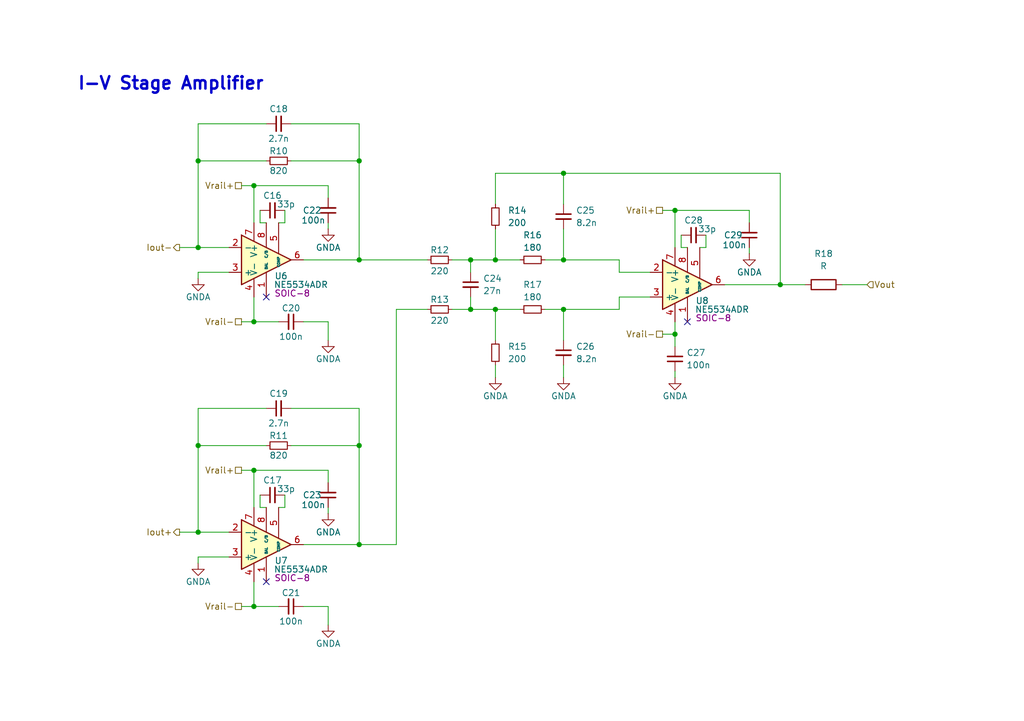
<source format=kicad_sch>
(kicad_sch (version 20250114) (generator "eeschema") (generator_version "9.0")
  (paper "A5")
  (lib_symbols
    (symbol "Device:R" (pin_numbers (hide yes)) (pin_names (offset 0))
      (property "Reference" "R" (at 2.032 0 90))
      (property "Value" "R" (at 0 0 90))
      (symbol "R_0_1"
        (rectangle (start -1.016 -2.54) (end 1.016 2.54) (stroke (width 0.254)))
      )
      (symbol "R_1_1"
        (pin passive line (at 0 3.81 270) (length 1.27) (name "~") (number "1"))
        (pin passive line (at 0 -3.81 90) (length 1.27) (name "~") (number "2"))
      )
    )
    (symbol "Project_Library:C_100n" (pin_numbers (hide yes)) (pin_names (offset 0.254) (hide yes))
      (property "Reference" "C" (at 0.254 1.778 0))
      (property "Value" "100n" (at 0.635 -1.905 0))
      (symbol "C_100n_0_1"
        (polyline (pts (xy -1.524 0.508) (xy 1.524 0.508)) (stroke (width 0.3048)))
        (polyline (pts (xy -1.524 -0.508) (xy 1.524 -0.508)) (stroke (width 0.3302)))
      )
      (symbol "C_100n_1_1"
        (pin passive line (at 0 2.54 270) (length 2.032) (name "~") (number "1"))
        (pin passive line (at 0 -2.54 90) (length 2.032) (name "~") (number "2"))
      )
    )
    (symbol "Project_Library:C_2.7n" (pin_numbers (hide yes)) (pin_names (offset 0.254) (hide yes))
      (property "Reference" "C" (at 0.254 1.778 0))
      (property "Value" "2.7n" (at 0.635 -1.905 0))
      (symbol "C_2.7n_0_1"
        (polyline (pts (xy -1.524 0.508) (xy 1.524 0.508)) (stroke (width 0.3048)))
        (polyline (pts (xy -1.524 -0.508) (xy 1.524 -0.508)) (stroke (width 0.3302)))
      )
      (symbol "C_2.7n_1_1"
        (pin passive line (at 0 2.54 270) (length 2.032) (name "~") (number "1"))
        (pin passive line (at 0 -2.54 90) (length 2.032) (name "~") (number "2"))
      )
    )
    (symbol "Project_Library:C_27n" (pin_numbers (hide yes)) (pin_names (offset 0.254) (hide yes))
      (property "Reference" "C" (at 0.254 1.778 0))
      (property "Value" "27n" (at 0.635 -1.905 0))
      (symbol "C_27n_0_1"
        (polyline (pts (xy -1.524 0.508) (xy 1.524 0.508)) (stroke (width 0.3048)))
        (polyline (pts (xy -1.524 -0.508) (xy 1.524 -0.508)) (stroke (width 0.3302)))
      )
      (symbol "C_27n_1_1"
        (pin passive line (at 0 2.54 270) (length 2.032) (name "~") (number "1"))
        (pin passive line (at 0 -2.54 90) (length 2.032) (name "~") (number "2"))
      )
    )
    (symbol "Project_Library:C_33p" (pin_numbers (hide yes)) (pin_names (offset 0.254) (hide yes))
      (property "Reference" "C" (at 0.254 1.778 0))
      (property "Value" "33p" (at 0.635 -1.905 0))
      (symbol "C_33p_0_1"
        (polyline (pts (xy -1.524 0.508) (xy 1.524 0.508)) (stroke (width 0.3048)))
        (polyline (pts (xy -1.524 -0.508) (xy 1.524 -0.508)) (stroke (width 0.3302)))
      )
      (symbol "C_33p_1_1"
        (pin passive line (at 0 2.54 270) (length 2.032) (name "~") (number "1"))
        (pin passive line (at 0 -2.54 90) (length 2.032) (name "~") (number "2"))
      )
    )
    (symbol "Project_Library:C_8.2n" (pin_numbers (hide yes)) (pin_names (offset 0.254) (hide yes))
      (property "Reference" "C" (at 0.254 1.778 0))
      (property "Value" "8.2n" (at 0.635 -1.905 0))
      (symbol "C_8.2n_0_1"
        (polyline (pts (xy -1.524 0.508) (xy 1.524 0.508)) (stroke (width 0.3048)))
        (polyline (pts (xy -1.524 -0.508) (xy 1.524 -0.508)) (stroke (width 0.3302)))
      )
      (symbol "C_8.2n_1_1"
        (pin passive line (at 0 2.54 270) (length 2.032) (name "~") (number "1"))
        (pin passive line (at 0 -2.54 90) (length 2.032) (name "~") (number "2"))
      )
    )
    (symbol "Project_Library:R_180" (pin_numbers (hide yes)) (pin_names (offset 0.254) (hide yes))
      (property "Reference" "R" (at 0.762 0.508 0))
      (property "Value" "180" (at 0.762 -1.016 0))
      (symbol "R_180_0_1"
        (rectangle (start -0.762 1.778) (end 0.762 -1.778) (stroke (width 0.2032)))
      )
      (symbol "R_180_1_1"
        (pin passive line (at 0 2.54 270) (length 0.762) (name "~") (number "1"))
        (pin passive line (at 0 -2.54 90) (length 0.762) (name "~") (number "2"))
      )
    )
    (symbol "Project_Library:R_200" (pin_numbers (hide yes)) (pin_names (offset 0.254) (hide yes))
      (property "Reference" "R" (at 0.762 0.508 0))
      (property "Value" "200" (at 0.762 -1.016 0))
      (symbol "R_200_0_1"
        (rectangle (start -0.762 1.778) (end 0.762 -1.778) (stroke (width 0.2032)))
      )
      (symbol "R_200_1_1"
        (pin passive line (at 0 2.54 270) (length 0.762) (name "~") (number "1"))
        (pin passive line (at 0 -2.54 90) (length 0.762) (name "~") (number "2"))
      )
    )
    (symbol "Project_Library:R_220" (pin_numbers (hide yes)) (pin_names (offset 0.254) (hide yes))
      (property "Reference" "R" (at 0.762 0.508 0))
      (property "Value" "220" (at 0.762 -1.016 0))
      (symbol "R_220_0_1"
        (rectangle (start -0.762 1.778) (end 0.762 -1.778) (stroke (width 0.2032)))
      )
      (symbol "R_220_1_1"
        (pin passive line (at 0 2.54 270) (length 0.762) (name "~") (number "1"))
        (pin passive line (at 0 -2.54 90) (length 0.762) (name "~") (number "2"))
      )
    )
    (symbol "Project_Library:R_820" (pin_numbers (hide yes)) (pin_names (offset 0.254) (hide yes))
      (property "Reference" "R" (at 0.762 0.508 0))
      (property "Value" "820" (at 0.762 -1.016 0))
      (symbol "R_820_0_1"
        (rectangle (start -0.762 1.778) (end 0.762 -1.778) (stroke (width 0.2032)))
      )
      (symbol "R_820_1_1"
        (pin passive line (at 0 2.54 270) (length 0.762) (name "~") (number "1"))
        (pin passive line (at 0 -2.54 90) (length 0.762) (name "~") (number "2"))
      )
    )
    (symbol "Project_Library:U_NE5534ADR"
      (property "Reference" "U" (at 0 0 0))
      (property "Value" "NE5534ADR" (at 0 0 0))
      (property "Package" "SOIC-8" (at 0 0 0))
      (symbol "U_NE5534ADR_0_1"
        (polyline (pts (xy -3.81 5.08) (xy 6.35 0) (xy -3.81 -5.08) (xy -3.81 5.08)) (stroke (width 0.254)) (fill (type background)))
      )
      (symbol "U_NE5534ADR_1_1"
        (pin input line (at -6.35 2.54 0) (length 2.54) (name "-") (number "2"))
        (pin input line (at -6.35 -2.54 0) (length 2.54) (name "+") (number "3"))
        (pin power_in line (at -1.27 7.62 270) (length 3.81) (name "V+") (number "7"))
        (pin power_in line (at -1.27 -7.62 90) (length 3.81) (name "V-") (number "4"))
        (pin input line (at 1.27 7.62 270) (length 5.08) (name "C/B") (number "8"))
        (pin input line (at 1.27 -7.62 90) (length 5.08) (name "BAL") (number "1"))
        (pin input line (at 3.81 7.62 270) (length 6.35) (name "COMP") (number "5"))
        (pin output line (at 8.89 0 180) (length 2.54) (name "~") (number "6"))
      )
    )
    (symbol "power:GNDA" (power) (pin_numbers (hide yes)) (pin_names (offset 0) (hide yes))
      (property "Value" "GNDA" (at 0 -3.81 0))
      (symbol "GNDA_0_1"
        (polyline (pts (xy 0 0) (xy 0 -1.27) (xy 1.27 -1.27) (xy 0 -2.54) (xy -1.27 -1.27) (xy 0 -1.27)))
      )
      (symbol "GNDA_1_1"
        (pin power_in line (at 0 0 270) (length 0) (name "~") (number "1"))
      )
    )
  )
  (text "I-V Stage Amplifier" (at 35.052 17.272 0) (effects (font (size 2.54 2.54) (thickness 0.508) (bold yes))))
  (junction (at 40.64 33.02))
  (junction (at 52.07 38.1))
  (junction (at 96.52 63.5))
  (junction (at 73.66 33.02))
  (junction (at 73.66 111.76))
  (junction (at 52.07 124.46))
  (junction (at 160.02 58.42))
  (junction (at 101.6 53.34))
  (junction (at 40.64 91.44))
  (junction (at 52.07 96.52))
  (junction (at 52.07 66.04))
  (junction (at 96.52 53.34))
  (junction (at 40.64 50.8))
  (junction (at 138.43 43.18))
  (junction (at 138.43 68.58))
  (junction (at 73.66 91.44))
  (junction (at 73.66 53.34))
  (junction (at 101.6 63.5))
  (junction (at 115.57 63.5))
  (junction (at 115.57 35.56))
  (junction (at 115.57 53.34))
  (junction (at 40.64 109.22))
  (no_connect (at 140.97 66.04))
  (no_connect (at 54.61 60.96))
  (no_connect (at 54.61 119.38))
  (wire (pts (xy 111.76 53.34) (xy 115.57 53.34)))
  (wire (pts (xy 40.64 55.88) (xy 40.64 57.15)))
  (wire (pts (xy 49.53 96.52) (xy 52.07 96.52)))
  (wire (pts (xy 40.64 25.4) (xy 54.61 25.4)))
  (wire (pts (xy 138.43 68.58) (xy 138.43 71.12)))
  (wire (pts (xy 52.07 119.38) (xy 52.07 124.46)))
  (wire (pts (xy 36.83 109.22) (xy 40.64 109.22)))
  (wire (pts (xy 53.34 43.18) (xy 53.34 45.72)))
  (wire (pts (xy 115.57 46.99) (xy 115.57 53.34)))
  (wire (pts (xy 49.53 66.04) (xy 52.07 66.04)))
  (wire (pts (xy 40.64 83.82) (xy 40.64 91.44)))
  (wire (pts (xy 160.02 58.42) (xy 148.59 58.42)))
  (wire (pts (xy 81.28 111.76) (xy 73.66 111.76)))
  (wire (pts (xy 62.23 124.46) (xy 67.31 124.46)))
  (wire (pts (xy 96.52 53.34) (xy 101.6 53.34)))
  (wire (pts (xy 52.07 38.1) (xy 67.31 38.1)))
  (wire (pts (xy 40.64 109.22) (xy 46.99 109.22)))
  (wire (pts (xy 73.66 25.4) (xy 73.66 33.02)))
  (wire (pts (xy 115.57 74.93) (xy 115.57 77.47)))
  (wire (pts (xy 140.97 50.8) (xy 139.7 50.8)))
  (wire (pts (xy 115.57 63.5) (xy 127 63.5)))
  (wire (pts (xy 40.64 91.44) (xy 54.61 91.44)))
  (wire (pts (xy 58.42 45.72) (xy 57.15 45.72)))
  (wire (pts (xy 40.64 50.8) (xy 46.99 50.8)))
  (wire (pts (xy 101.6 41.91) (xy 101.6 35.56)))
  (wire (pts (xy 49.53 38.1) (xy 52.07 38.1)))
  (wire (pts (xy 52.07 124.46) (xy 57.15 124.46)))
  (wire (pts (xy 58.42 43.18) (xy 58.42 45.72)))
  (wire (pts (xy 59.69 91.44) (xy 73.66 91.44)))
  (wire (pts (xy 67.31 66.04) (xy 67.31 69.85)))
  (wire (pts (xy 101.6 74.93) (xy 101.6 77.47)))
  (wire (pts (xy 160.02 35.56) (xy 160.02 58.42)))
  (wire (pts (xy 115.57 53.34) (xy 127 53.34)))
  (wire (pts (xy 62.23 66.04) (xy 67.31 66.04)))
  (wire (pts (xy 58.42 104.14) (xy 57.15 104.14)))
  (wire (pts (xy 115.57 63.5) (xy 115.57 69.85)))
  (wire (pts (xy 40.64 114.3) (xy 40.64 115.57)))
  (wire (pts (xy 101.6 63.5) (xy 101.6 69.85)))
  (wire (pts (xy 153.67 43.18) (xy 153.67 45.72)))
  (wire (pts (xy 40.64 25.4) (xy 40.64 33.02)))
  (wire (pts (xy 67.31 38.1) (xy 67.31 40.64)))
  (wire (pts (xy 73.66 91.44) (xy 73.66 111.76)))
  (wire (pts (xy 81.28 63.5) (xy 81.28 111.76)))
  (wire (pts (xy 67.31 104.14) (xy 67.31 105.41)))
  (wire (pts (xy 54.61 104.14) (xy 53.34 104.14)))
  (wire (pts (xy 133.35 60.96) (xy 127 60.96)))
  (wire (pts (xy 73.66 111.76) (xy 62.23 111.76)))
  (wire (pts (xy 160.02 58.42) (xy 165.1 58.42)))
  (wire (pts (xy 36.83 50.8) (xy 40.64 50.8)))
  (wire (pts (xy 54.61 45.72) (xy 53.34 45.72)))
  (wire (pts (xy 49.53 124.46) (xy 52.07 124.46)))
  (wire (pts (xy 59.69 33.02) (xy 73.66 33.02)))
  (wire (pts (xy 92.71 53.34) (xy 96.52 53.34)))
  (wire (pts (xy 127 55.88) (xy 133.35 55.88)))
  (wire (pts (xy 138.43 76.2) (xy 138.43 77.47)))
  (wire (pts (xy 59.69 83.82) (xy 73.66 83.82)))
  (wire (pts (xy 101.6 35.56) (xy 115.57 35.56)))
  (wire (pts (xy 127 53.34) (xy 127 55.88)))
  (wire (pts (xy 52.07 96.52) (xy 67.31 96.52)))
  (wire (pts (xy 96.52 53.34) (xy 96.52 55.88)))
  (wire (pts (xy 73.66 53.34) (xy 62.23 53.34)))
  (wire (pts (xy 135.89 68.58) (xy 138.43 68.58)))
  (wire (pts (xy 52.07 45.72) (xy 52.07 38.1)))
  (wire (pts (xy 52.07 60.96) (xy 52.07 66.04)))
  (wire (pts (xy 101.6 53.34) (xy 106.68 53.34)))
  (wire (pts (xy 67.31 124.46) (xy 67.31 128.27)))
  (wire (pts (xy 73.66 83.82) (xy 73.66 91.44)))
  (wire (pts (xy 153.67 50.8) (xy 153.67 52.07)))
  (wire (pts (xy 40.64 33.02) (xy 40.64 50.8)))
  (wire (pts (xy 144.78 48.26) (xy 144.78 50.8)))
  (wire (pts (xy 115.57 35.56) (xy 115.57 41.91)))
  (wire (pts (xy 46.99 55.88) (xy 40.64 55.88)))
  (wire (pts (xy 139.7 48.26) (xy 139.7 50.8)))
  (wire (pts (xy 101.6 53.34) (xy 101.6 46.99)))
  (wire (pts (xy 73.66 33.02) (xy 73.66 53.34)))
  (wire (pts (xy 73.66 53.34) (xy 87.63 53.34)))
  (wire (pts (xy 138.43 43.18) (xy 153.67 43.18)))
  (wire (pts (xy 144.78 50.8) (xy 143.51 50.8)))
  (wire (pts (xy 111.76 63.5) (xy 115.57 63.5)))
  (wire (pts (xy 96.52 60.96) (xy 96.52 63.5)))
  (wire (pts (xy 46.99 114.3) (xy 40.64 114.3)))
  (wire (pts (xy 127 60.96) (xy 127 63.5)))
  (wire (pts (xy 96.52 63.5) (xy 101.6 63.5)))
  (wire (pts (xy 52.07 104.14) (xy 52.07 96.52)))
  (wire (pts (xy 59.69 25.4) (xy 73.66 25.4)))
  (wire (pts (xy 87.63 63.5) (xy 81.28 63.5)))
  (wire (pts (xy 135.89 43.18) (xy 138.43 43.18)))
  (wire (pts (xy 101.6 63.5) (xy 106.68 63.5)))
  (wire (pts (xy 40.64 83.82) (xy 54.61 83.82)))
  (wire (pts (xy 40.64 91.44) (xy 40.64 109.22)))
  (wire (pts (xy 115.57 35.56) (xy 160.02 35.56)))
  (wire (pts (xy 52.07 66.04) (xy 57.15 66.04)))
  (wire (pts (xy 40.64 33.02) (xy 54.61 33.02)))
  (wire (pts (xy 138.43 66.04) (xy 138.43 68.58)))
  (wire (pts (xy 53.34 101.6) (xy 53.34 104.14)))
  (wire (pts (xy 67.31 96.52) (xy 67.31 99.06)))
  (wire (pts (xy 67.31 45.72) (xy 67.31 46.99)))
  (wire (pts (xy 172.72 58.42) (xy 177.8 58.42)))
  (wire (pts (xy 58.42 101.6) (xy 58.42 104.14)))
  (wire (pts (xy 138.43 50.8) (xy 138.43 43.18)))
  (wire (pts (xy 96.52 63.5) (xy 92.71 63.5)))
  (hierarchical_label "Vrail+" (shape passive) (at 49.53 38.1 180))
  (hierarchical_label "Vrail-" (shape passive) (at 49.53 124.46 180))
  (hierarchical_label "Vrail+" (shape passive) (at 49.53 96.52 180))
  (hierarchical_label "Vrail-" (shape passive) (at 135.89 68.58 180))
  (hierarchical_label "Vrail-" (shape passive) (at 49.53 66.04 180))
  (hierarchical_label "Vout" (shape input) (at 177.8 58.42 0))
  (hierarchical_label "Vrail+" (shape passive) (at 135.89 43.18 180))
  (hierarchical_label "Iout-" (shape output) (at 36.83 50.8 180))
  (hierarchical_label "Iout+" (shape output) (at 36.83 109.22 180))
  (symbol (lib_id "power:GNDA") (at 67.31 105.41 0) (unit 1)
    (property "Reference" "#PWR06" (effects (hide yes)))
    (property "Value" "GNDA" (at 67.31 109.22 0))
    (property "Description" "Power symbol creates a global label with name \"GNDA\" , analog ground" (effects (hide yes)))
    (instances (project "porta_dac" (path "" (reference "#PWR016") (unit 1)) (path "" (reference "#PWR06") (unit 1))))
  )
  (symbol (lib_id "power:GNDA") (at 40.64 115.57 0) (unit 1)
    (property "Reference" "#PWR03" (effects (hide yes)))
    (property "Value" "GNDA" (at 40.64 119.38 0))
    (property "Description" "Power symbol creates a global label with name \"GNDA\" , analog ground" (effects (hide yes)))
    (instances (project "porta_dac" (path "" (reference "#PWR013") (unit 1)) (path "" (reference "#PWR03") (unit 1))))
  )
  (symbol (lib_id "Project_Library:C_100n") (at 59.69 66.04 270) (unit 1)
    (property "Reference" "C6" (at 59.69 63.246 90))
    (property "Value" "100n" (at 59.69 69.088 90))
    (property "Footprint" "Project_Library:PHE426HJ6100JR05" (effects (hide yes)))
    (property "Datasheet" "https://www.mouser.se/datasheet/2/447/KEM_F3132_PHE426-3316727.pdf" (effects (hide yes)))
    (property "Description" "Film Capacitors 250V 0.1uF 5% LS=5mm" (effects (hide yes)))
    (property "Footprint Text" "2824" (effects (hide yes)))
    (property "Tolerance" "5%" (effects (hide yes)))
    (property "Voltage Rating" "160VAC" (effects (hide yes)))
    (property "Temperature Drift" "-" (effects (hide yes)))
    (property "Manufacturer" "KEMET" (effects (hide yes)))
    (property "Manufacturer_Part_Number" "PHE426HJ6100JR05" (effects (hide yes)))
    (instances (project "porta_dac" (path "" (reference "C20") (unit 1)) (path "" (reference "C6") (unit 1))))
  )
  (symbol (lib_id "Project_Library:C_33p") (at 142.24 48.26 90) (unit 1)
    (property "Reference" "C14" (at 142.24 45.212 90))
    (property "Value" "33p" (at 145.034 46.99 90))
    (property "Footprint" "Project_Library:FKP2O100331D00KSSD" (effects (hide yes)))
    (property "Datasheet" "https://www.mouser.se/datasheet/2/440/e_WIMA_FKP_2-1139852.pdf" (effects (hide yes)))
    (property "Description" "Film Capacitors 1000V 33pF 10%" (effects (hide yes)))
    (property "Footprint Text" "2817" (effects (hide yes)))
    (property "Tolerance" "10%" (effects (hide yes)))
    (property "Voltage Rating" "250VAC" (effects (hide yes)))
    (property "Temperature Drift" "-" (effects (hide yes)))
    (property "Manufacturer" "WIMA" (effects (hide yes)))
    (property "Manufacturer_Part_Number" "FKP2O100331D00KSSD" (effects (hide yes)))
    (instances (project "porta_dac" (path "" (reference "C28") (unit 1)) (path "" (reference "C14") (unit 1))))
  )
  (symbol (lib_id "Project_Library:C_27n") (at 96.52 58.42 0) (unit 1)
    (property "Reference" "C10" (at 99.06 57.1562 0) (effects (justify left)))
    (property "Value" "27n" (at 99.06 59.6962 0) (effects (justify left)))
    (property "Footprint" "Project_Library:PHE426DJ5270JR05" (effects (hide yes)))
    (property "Datasheet" "https://www.mouser.se/datasheet/2/447/KEM_F3132_PHE426-3316727.pdf" (effects (hide yes)))
    (property "Description" "Film Capacitors 100V 0.027uF 5% LS=5mm" (effects (hide yes)))
    (property "Footprint Text" "2814" (effects (hide yes)))
    (property "Tolerance" "5%" (effects (hide yes)))
    (property "Voltage Rating" "63VAC" (effects (hide yes)))
    (property "Temperature Drift" "-" (effects (hide yes)))
    (property "Manufacturer" "KEMET" (effects (hide yes)))
    (property "Manufacturer_Part_Number" "PHE426DJ5270JR05" (effects (hide yes)))
    (instances (project "" (path "" (reference "C24") (unit 1)) (path "" (reference "C10") (unit 1))))
  )
  (symbol (lib_id "power:GNDA") (at 67.31 128.27 0) (unit 1)
    (property "Reference" "#PWR07" (effects (hide yes)))
    (property "Value" "GNDA" (at 67.31 132.08 0))
    (property "Description" "Power symbol creates a global label with name \"GNDA\" , analog ground" (effects (hide yes)))
    (instances (project "porta_dac" (path "" (reference "#PWR017") (unit 1)) (path "" (reference "#PWR07") (unit 1))))
  )
  (symbol (lib_id "Project_Library:C_33p") (at 55.88 43.18 90) (unit 1)
    (property "Reference" "C2" (at 55.88 40.132 90))
    (property "Value" "33p" (at 58.674 41.91 90))
    (property "Footprint" "Project_Library:FKP2O100331D00KSSD" (effects (hide yes)))
    (property "Datasheet" "https://www.mouser.se/datasheet/2/440/e_WIMA_FKP_2-1139852.pdf" (effects (hide yes)))
    (property "Description" "Film Capacitors 1000V 33pF 10%" (effects (hide yes)))
    (property "Footprint Text" "2817" (effects (hide yes)))
    (property "Tolerance" "10%" (effects (hide yes)))
    (property "Voltage Rating" "250VAC" (effects (hide yes)))
    (property "Temperature Drift" "-" (effects (hide yes)))
    (property "Manufacturer" "WIMA" (effects (hide yes)))
    (property "Manufacturer_Part_Number" "FKP2O100331D00KSSD" (effects (hide yes)))
    (instances (project "" (path "" (reference "C16") (unit 1)) (path "" (reference "C2") (unit 1))))
  )
  (symbol (lib_id "Project_Library:U_NE5534ADR") (at 53.34 53.34 0) (unit 1)
    (property "Reference" "U3" (at 57.658 56.642 0))
    (property "Value" "NE5534ADR" (at 61.722 58.42 0))
    (property "Footprint" "Project_Library:SOIC127P600X175-8N" (effects (hide yes)))
    (property "Datasheet" "http://www.ti.com/lit/ds/symlink/ne5534.pdf" (effects (hide yes)))
    (property "Description" "Single Low-Noise Operational Amplifiers, DIP-8/SOIC-8" (effects (hide yes)))
    (property "Package" "SOIC-8" (at 59.944 60.198 0))
    (property "Manufacturer" "Texas Instruments" (effects (hide yes)))
    (property "Manufacturer_Part_Number" "NE5534ADR" (effects (hide yes)))
    (instances (project "" (path "" (reference "U6") (unit 1)) (path "" (reference "U3") (unit 1))))
  )
  (symbol (lib_id "Project_Library:C_8.2n") (at 115.57 72.39 0) (unit 1)
    (property "Reference" "C12" (at 118.11 71.1262 0) (effects (justify left)))
    (property "Value" "8.2n" (at 118.11 73.6662 0) (effects (justify left)))
    (property "Footprint" "Project_Library:PHE426DJ4820JR05" (effects (hide yes)))
    (property "Datasheet" "https://www.mouser.se/datasheet/2/447/KEM_F3132_PHE426-3316727.pdf" (effects (hide yes)))
    (property "Description" "Film Capacitors 100V 0.0082uF 5% LS=5mm" (effects (hide yes)))
    (property "Footprint Text" "2810" (effects (hide yes)))
    (property "Tolerance" "5%" (effects (hide yes)))
    (property "Voltage Rating" "63VAC" (effects (hide yes)))
    (property "Temperature Drift" "-" (effects (hide yes)))
    (property "Manufacturer" "KEMET" (effects (hide yes)))
    (property "Manufacturer_Part_Number" "PHE426DJ4820JR05" (effects (hide yes)))
    (instances (project "porta_dac" (path "" (reference "C26") (unit 1)) (path "" (reference "C12") (unit 1))))
  )
  (symbol (lib_id "Project_Library:R_820") (at 57.15 33.02 90) (unit 1)
    (property "Reference" "R1" (at 57.15 30.988 90))
    (property "Value" "820" (at 57.15 35.052 90))
    (property "Footprint" "Project_Library:ERA6AEB101V" (effects (hide yes)))
    (property "Datasheet" "https://industrial.panasonic.com/cdbs/www-data/pdf/RDM0000/AOA0000C307.pdf" (effects (hide yes)))
    (property "Description" "Thin Film Resistors - SMD 0805 1/8W 820ohms" (effects (hide yes)))
    (property "Footprint Text" "0805" (effects (hide yes)))
    (property "Tolerance" "0.1%" (effects (hide yes)))
    (property "Power" "1/8W" (effects (hide yes)))
    (property "Manufacturer" "Panasonic" (effects (hide yes)))
    (property "Manufacturer_Part_Number" "ERA-6AEB821V" (effects (hide yes)))
    (instances (project "" (path "" (reference "R10") (unit 1)) (path "" (reference "R1") (unit 1))))
  )
  (symbol (lib_id "Project_Library:C_2.7n") (at 57.15 83.82 90) (unit 1)
    (property "Reference" "C5" (at 57.15 80.772 90))
    (property "Value" "2.7n" (at 57.15 86.868 90))
    (property "Footprint" "Project_Library:PHE426HJ4270JR05" (effects (hide yes)))
    (property "Datasheet" "https://www.mouser.se/datasheet/2/447/KEM_F3132_PHE426-3316727.pdf" (effects (hide yes)))
    (property "Description" "Film Capacitors 250V 0.0027uF 5% LS=5mm" (effects (hide yes)))
    (property "Footprint Text" "2810" (effects (hide yes)))
    (property "Tolerance" "5%" (effects (hide yes)))
    (property "Voltage Rating" "160VAC" (effects (hide yes)))
    (property "Temperature Drift" "-" (effects (hide yes)))
    (property "Manufacturer" "KEMET" (effects (hide yes)))
    (property "Manufacturer_Part_Number" "PHE426HJ4270JR05" (effects (hide yes)))
    (instances (project "porta_dac" (path "" (reference "C19") (unit 1)) (path "" (reference "C5") (unit 1))))
  )
  (symbol (lib_id "Project_Library:C_100n") (at 138.43 73.66 180) (unit 1)
    (property "Reference" "C13" (at 142.748 72.39 0))
    (property "Value" "100n" (at 143.256 74.93 0))
    (property "Footprint" "Project_Library:PHE426HJ6100JR05" (effects (hide yes)))
    (property "Datasheet" "https://www.mouser.se/datasheet/2/447/KEM_F3132_PHE426-3316727.pdf" (effects (hide yes)))
    (property "Description" "Film Capacitors 250V 0.1uF 5% LS=5mm" (effects (hide yes)))
    (property "Footprint Text" "2824" (effects (hide yes)))
    (property "Tolerance" "5%" (effects (hide yes)))
    (property "Voltage Rating" "160VAC" (effects (hide yes)))
    (property "Temperature Drift" "-" (effects (hide yes)))
    (property "Manufacturer" "KEMET" (effects (hide yes)))
    (property "Manufacturer_Part_Number" "PHE426HJ6100JR05" (effects (hide yes)))
    (instances (project "porta_dac" (path "" (reference "C27") (unit 1)) (path "" (reference "C13") (unit 1))))
  )
  (symbol (lib_id "Project_Library:C_100n") (at 67.31 101.6 180) (unit 1)
    (property "Reference" "C9" (at 64.008 101.6 0))
    (property "Value" "100n" (at 64.262 103.632 0))
    (property "Footprint" "Project_Library:PHE426HJ6100JR05" (effects (hide yes)))
    (property "Datasheet" "https://www.mouser.se/datasheet/2/447/KEM_F3132_PHE426-3316727.pdf" (effects (hide yes)))
    (property "Description" "Film Capacitors 250V 0.1uF 5% LS=5mm" (effects (hide yes)))
    (property "Footprint Text" "2824" (effects (hide yes)))
    (property "Tolerance" "5%" (effects (hide yes)))
    (property "Voltage Rating" "160VAC" (effects (hide yes)))
    (property "Temperature Drift" "-" (effects (hide yes)))
    (property "Manufacturer" "KEMET" (effects (hide yes)))
    (property "Manufacturer_Part_Number" "PHE426HJ6100JR05" (effects (hide yes)))
    (instances (project "porta_dac" (path "" (reference "C23") (unit 1)) (path "" (reference "C9") (unit 1))))
  )
  (symbol (lib_id "power:GNDA") (at 101.6 77.47 0) (unit 1)
    (property "Reference" "#PWR08" (effects (hide yes)))
    (property "Value" "GNDA" (at 101.6 81.28 0))
    (property "Description" "Power symbol creates a global label with name \"GNDA\" , analog ground" (effects (hide yes)))
    (instances (project "porta_dac" (path "" (reference "#PWR018") (unit 1)) (path "" (reference "#PWR08") (unit 1))))
  )
  (symbol (lib_id "power:GNDA") (at 67.31 69.85 0) (unit 1)
    (property "Reference" "#PWR05" (effects (hide yes)))
    (property "Value" "GNDA" (at 67.31 73.66 0))
    (property "Description" "Power symbol creates a global label with name \"GNDA\" , analog ground" (effects (hide yes)))
    (instances (project "porta_dac" (path "" (reference "#PWR015") (unit 1)) (path "" (reference "#PWR05") (unit 1))))
  )
  (symbol (lib_id "Project_Library:C_100n") (at 59.69 124.46 270) (unit 1)
    (property "Reference" "C7" (at 59.69 121.666 90))
    (property "Value" "100n" (at 59.69 127.508 90))
    (property "Footprint" "Project_Library:PHE426HJ6100JR05" (effects (hide yes)))
    (property "Datasheet" "https://www.mouser.se/datasheet/2/447/KEM_F3132_PHE426-3316727.pdf" (effects (hide yes)))
    (property "Description" "Film Capacitors 250V 0.1uF 5% LS=5mm" (effects (hide yes)))
    (property "Footprint Text" "2824" (effects (hide yes)))
    (property "Tolerance" "5%" (effects (hide yes)))
    (property "Voltage Rating" "160VAC" (effects (hide yes)))
    (property "Temperature Drift" "-" (effects (hide yes)))
    (property "Manufacturer" "KEMET" (effects (hide yes)))
    (property "Manufacturer_Part_Number" "PHE426HJ6100JR05" (effects (hide yes)))
    (instances (project "porta_dac" (path "" (reference "C21") (unit 1)) (path "" (reference "C7") (unit 1))))
  )
  (symbol (lib_id "Project_Library:R_180") (at 109.22 63.5 270) (unit 1)
    (property "Reference" "R8" (at 109.22 58.42 90))
    (property "Value" "180" (at 109.22 60.96 90))
    (property "Footprint" "Project_Library:ERA6AEB101V" (effects (hide yes)))
    (property "Datasheet" "https://industrial.panasonic.com/cdbs/www-data/pdf/RDM0000/AOA0000C307.pdf" (effects (hide yes)))
    (property "Description" "Thin Film Resistors - SMD 0805 1/8W 180ohms" (effects (hide yes)))
    (property "Footprint Text" "0805" (effects (hide yes)))
    (property "Tolerance" "0.1%" (effects (hide yes)))
    (property "Power" "1/8W" (effects (hide yes)))
    (property "Manufacturer" "Panasonic" (effects (hide yes)))
    (property "Manufacturer_Part_Number" "ERA-6AEB181V" (effects (hide yes)))
    (instances (project "" (path "" (reference "R17") (unit 1)) (path "" (reference "R8") (unit 1))))
  )
  (symbol (lib_id "Project_Library:R_220") (at 90.17 53.34 90) (unit 1)
    (property "Reference" "R3" (at 90.17 51.308 90))
    (property "Value" "220" (at 90.17 55.626 90))
    (property "Footprint" "Project_Library:ERA6AEB101V" (effects (hide yes)))
    (property "Datasheet" "https://industrial.panasonic.com/cdbs/www-data/pdf/RDM0000/AOA0000C307.pdf" (effects (hide yes)))
    (property "Description" "Thin Film Resistors - SMD 0805 220ohm 1/8W .1% 25ppm" (effects (hide yes)))
    (property "Footprint Text" "0805" (effects (hide yes)))
    (property "Tolerance" "0.1%" (effects (hide yes)))
    (property "Power" "1/8W" (effects (hide yes)))
    (property "Manufacturer" "Panasonic" (effects (hide yes)))
    (property "Manufacturer_Part_Number" "ERA-6AEB221V" (effects (hide yes)))
    (instances (project "" (path "" (reference "R12") (unit 1)) (path "" (reference "R3") (unit 1))))
  )
  (symbol (lib_id "power:GNDA") (at 67.31 46.99 0) (unit 1)
    (property "Reference" "#PWR04" (effects (hide yes)))
    (property "Value" "GNDA" (at 67.31 50.8 0))
    (property "Description" "Power symbol creates a global label with name \"GNDA\" , analog ground" (effects (hide yes)))
    (instances (project "porta_dac" (path "" (reference "#PWR014") (unit 1)) (path "" (reference "#PWR04") (unit 1))))
  )
  (symbol (lib_id "power:GNDA") (at 115.57 77.47 0) (unit 1)
    (property "Reference" "#PWR09" (effects (hide yes)))
    (property "Value" "GNDA" (at 115.57 81.28 0))
    (property "Description" "Power symbol creates a global label with name \"GNDA\" , analog ground" (effects (hide yes)))
    (instances (project "porta_dac" (path "" (reference "#PWR019") (unit 1)) (path "" (reference "#PWR09") (unit 1))))
  )
  (symbol (lib_id "power:GNDA") (at 40.64 57.15 0) (unit 1)
    (property "Reference" "#PWR02" (effects (hide yes)))
    (property "Value" "GNDA" (at 40.64 60.96 0))
    (property "Description" "Power symbol creates a global label with name \"GNDA\" , analog ground" (effects (hide yes)))
    (instances (project "porta_dac" (path "" (reference "#PWR012") (unit 1)) (path "" (reference "#PWR02") (unit 1))))
  )
  (symbol (lib_id "Project_Library:R_180") (at 109.22 53.34 270) (unit 1)
    (property "Reference" "R7" (at 109.22 48.26 90))
    (property "Value" "180" (at 109.22 50.8 90))
    (property "Footprint" "Project_Library:ERA6AEB101V" (effects (hide yes)))
    (property "Datasheet" "https://industrial.panasonic.com/cdbs/www-data/pdf/RDM0000/AOA0000C307.pdf" (effects (hide yes)))
    (property "Description" "Thin Film Resistors - SMD 0805 1/8W 180ohms" (effects (hide yes)))
    (property "Footprint Text" "0805" (effects (hide yes)))
    (property "Tolerance" "0.1%" (effects (hide yes)))
    (property "Power" "1/8W" (effects (hide yes)))
    (property "Manufacturer" "Panasonic" (effects (hide yes)))
    (property "Manufacturer_Part_Number" "ERA-6AEB181V" (effects (hide yes)))
    (instances (project "porta_dac" (path "" (reference "R16") (unit 1)) (path "" (reference "R7") (unit 1))))
  )
  (symbol (lib_id "Project_Library:R_200") (at 101.6 72.39 0) (unit 1)
    (property "Reference" "R6" (at 104.14 71.1199 0) (effects (justify left)))
    (property "Value" "200" (at 104.14 73.6599 0) (effects (justify left)))
    (property "Footprint" "Project_Library:ERA6AEB101V" (effects (hide yes)))
    (property "Datasheet" "https://industrial.panasonic.com/cdbs/www-data/pdf/RDM0000/AOA0000C307.pdf" (effects (hide yes)))
    (property "Description" "Thin Film Resistors - SMD 0805 1/8W 200ohms" (effects (hide yes)))
    (property "Footprint Text" "0805" (effects (hide yes)))
    (property "Tolerance" "0.1%" (effects (hide yes)))
    (property "Power" "1/8W" (effects (hide yes)))
    (property "Manufacturer" "Panasonic" (effects (hide yes)))
    (property "Manufacturer_Part_Number" "ERA-6AEB201V" (effects (hide yes)))
    (instances (project "" (path "" (reference "R15") (unit 1)) (path "" (reference "R6") (unit 1))))
  )
  (symbol (lib_id "Project_Library:R_220") (at 90.17 63.5 90) (unit 1)
    (property "Reference" "R4" (at 90.17 61.468 90))
    (property "Value" "220" (at 90.17 65.786 90))
    (property "Footprint" "Project_Library:ERA6AEB101V" (effects (hide yes)))
    (property "Datasheet" "https://industrial.panasonic.com/cdbs/www-data/pdf/RDM0000/AOA0000C307.pdf" (effects (hide yes)))
    (property "Description" "Thin Film Resistors - SMD 0805 220ohm 1/8W .1% 25ppm" (effects (hide yes)))
    (property "Footprint Text" "0805" (effects (hide yes)))
    (property "Tolerance" "0.1%" (effects (hide yes)))
    (property "Power" "1/8W" (effects (hide yes)))
    (property "Manufacturer" "Panasonic" (effects (hide yes)))
    (property "Manufacturer_Part_Number" "ERA-6AEB221V" (effects (hide yes)))
    (instances (project "porta_dac" (path "" (reference "R13") (unit 1)) (path "" (reference "R4") (unit 1))))
  )
  (symbol (lib_id "Project_Library:C_33p") (at 55.88 101.6 90) (unit 1)
    (property "Reference" "C3" (at 55.88 98.552 90))
    (property "Value" "33p" (at 58.674 100.33 90))
    (property "Footprint" "Project_Library:FKP2O100331D00KSSD" (effects (hide yes)))
    (property "Datasheet" "https://www.mouser.se/datasheet/2/440/e_WIMA_FKP_2-1139852.pdf" (effects (hide yes)))
    (property "Description" "Film Capacitors 1000V 33pF 10%" (effects (hide yes)))
    (property "Footprint Text" "2817" (effects (hide yes)))
    (property "Tolerance" "10%" (effects (hide yes)))
    (property "Voltage Rating" "250VAC" (effects (hide yes)))
    (property "Temperature Drift" "-" (effects (hide yes)))
    (property "Manufacturer" "WIMA" (effects (hide yes)))
    (property "Manufacturer_Part_Number" "FKP2O100331D00KSSD" (effects (hide yes)))
    (instances (project "porta_dac" (path "" (reference "C17") (unit 1)) (path "" (reference "C3") (unit 1))))
  )
  (symbol (lib_id "power:GNDA") (at 153.67 52.07 0) (unit 1)
    (property "Reference" "#PWR011" (effects (hide yes)))
    (property "Value" "GNDA" (at 153.67 55.88 0))
    (property "Description" "Power symbol creates a global label with name \"GNDA\" , analog ground" (effects (hide yes)))
    (instances (project "porta_dac" (path "" (reference "#PWR021") (unit 1)) (path "" (reference "#PWR011") (unit 1))))
  )
  (symbol (lib_id "Project_Library:C_2.7n") (at 57.15 25.4 90) (unit 1)
    (property "Reference" "C4" (at 57.15 22.352 90))
    (property "Value" "2.7n" (at 57.15 28.448 90))
    (property "Footprint" "Project_Library:PHE426HJ4270JR05" (effects (hide yes)))
    (property "Datasheet" "https://www.mouser.se/datasheet/2/447/KEM_F3132_PHE426-3316727.pdf" (effects (hide yes)))
    (property "Description" "Film Capacitors 250V 0.0027uF 5% LS=5mm" (effects (hide yes)))
    (property "Footprint Text" "2810" (effects (hide yes)))
    (property "Tolerance" "5%" (effects (hide yes)))
    (property "Voltage Rating" "160VAC" (effects (hide yes)))
    (property "Temperature Drift" "-" (effects (hide yes)))
    (property "Manufacturer" "KEMET" (effects (hide yes)))
    (property "Manufacturer_Part_Number" "PHE426HJ4270JR05" (effects (hide yes)))
    (instances (project "" (path "" (reference "C18") (unit 1)) (path "" (reference "C4") (unit 1))))
  )
  (symbol (lib_id "Project_Library:U_NE5534ADR") (at 53.34 111.76 0) (unit 1)
    (property "Reference" "U4" (at 57.658 115.062 0))
    (property "Value" "NE5534ADR" (at 61.722 116.84 0))
    (property "Footprint" "Project_Library:SOIC127P600X175-8N" (effects (hide yes)))
    (property "Datasheet" "http://www.ti.com/lit/ds/symlink/ne5534.pdf" (effects (hide yes)))
    (property "Description" "Single Low-Noise Operational Amplifiers, DIP-8/SOIC-8" (effects (hide yes)))
    (property "Package" "SOIC-8" (at 59.944 118.618 0))
    (property "Manufacturer" "Texas Instruments" (effects (hide yes)))
    (property "Manufacturer_Part_Number" "NE5534ADR" (effects (hide yes)))
    (instances (project "porta_dac" (path "" (reference "U7") (unit 1)) (path "" (reference "U4") (unit 1))))
  )
  (symbol (lib_id "Project_Library:C_100n") (at 153.67 48.26 180) (unit 1)
    (property "Reference" "C15" (at 150.368 48.26 0))
    (property "Value" "100n" (at 150.622 50.292 0))
    (property "Footprint" "Project_Library:PHE426HJ6100JR05" (effects (hide yes)))
    (property "Datasheet" "https://www.mouser.se/datasheet/2/447/KEM_F3132_PHE426-3316727.pdf" (effects (hide yes)))
    (property "Description" "Film Capacitors 250V 0.1uF 5% LS=5mm" (effects (hide yes)))
    (property "Footprint Text" "2824" (effects (hide yes)))
    (property "Tolerance" "5%" (effects (hide yes)))
    (property "Voltage Rating" "160VAC" (effects (hide yes)))
    (property "Temperature Drift" "-" (effects (hide yes)))
    (property "Manufacturer" "KEMET" (effects (hide yes)))
    (property "Manufacturer_Part_Number" "PHE426HJ6100JR05" (effects (hide yes)))
    (instances (project "porta_dac" (path "" (reference "C29") (unit 1)) (path "" (reference "C15") (unit 1))))
  )
  (symbol (lib_id "Project_Library:C_8.2n") (at 115.57 44.45 0) (unit 1)
    (property "Reference" "C11" (at 118.11 43.1862 0) (effects (justify left)))
    (property "Value" "8.2n" (at 118.11 45.7262 0) (effects (justify left)))
    (property "Footprint" "Project_Library:PHE426DJ4820JR05" (effects (hide yes)))
    (property "Datasheet" "https://www.mouser.se/datasheet/2/447/KEM_F3132_PHE426-3316727.pdf" (effects (hide yes)))
    (property "Description" "Film Capacitors 100V 0.0082uF 5% LS=5mm" (effects (hide yes)))
    (property "Footprint Text" "2810" (effects (hide yes)))
    (property "Tolerance" "5%" (effects (hide yes)))
    (property "Voltage Rating" "63VAC" (effects (hide yes)))
    (property "Temperature Drift" "-" (effects (hide yes)))
    (property "Manufacturer" "KEMET" (effects (hide yes)))
    (property "Manufacturer_Part_Number" "PHE426DJ4820JR05" (effects (hide yes)))
    (instances (project "" (path "" (reference "C25") (unit 1)) (path "" (reference "C11") (unit 1))))
  )
  (symbol (lib_id "Device:R") (at 168.91 58.42 90) (unit 1)
    (property "Reference" "R9" (at 168.91 52.07 90))
    (property "Value" "R" (at 168.91 54.61 90))
    (property "Description" "Resistor" (effects (hide yes)))
    (instances (project "" (path "" (reference "R18") (unit 1)) (path "" (reference "R9") (unit 1))))
  )
  (symbol (lib_id "power:GNDA") (at 138.43 77.47 0) (unit 1)
    (property "Reference" "#PWR010" (effects (hide yes)))
    (property "Value" "GNDA" (at 138.43 81.28 0))
    (property "Description" "Power symbol creates a global label with name \"GNDA\" , analog ground" (effects (hide yes)))
    (instances (project "porta_dac" (path "" (reference "#PWR020") (unit 1)) (path "" (reference "#PWR010") (unit 1))))
  )
  (symbol (lib_id "Project_Library:C_100n") (at 67.31 43.18 180) (unit 1)
    (property "Reference" "C8" (at 64.008 43.18 0))
    (property "Value" "100n" (at 64.262 45.212 0))
    (property "Footprint" "Project_Library:PHE426HJ6100JR05" (effects (hide yes)))
    (property "Datasheet" "https://www.mouser.se/datasheet/2/447/KEM_F3132_PHE426-3316727.pdf" (effects (hide yes)))
    (property "Description" "Film Capacitors 250V 0.1uF 5% LS=5mm" (effects (hide yes)))
    (property "Footprint Text" "2824" (effects (hide yes)))
    (property "Tolerance" "5%" (effects (hide yes)))
    (property "Voltage Rating" "160VAC" (effects (hide yes)))
    (property "Temperature Drift" "-" (effects (hide yes)))
    (property "Manufacturer" "KEMET" (effects (hide yes)))
    (property "Manufacturer_Part_Number" "PHE426HJ6100JR05" (effects (hide yes)))
    (instances (project "" (path "" (reference "C22") (unit 1)) (path "" (reference "C8") (unit 1))))
  )
  (symbol (lib_id "Project_Library:U_NE5534ADR") (at 139.7 58.42 0) (unit 1)
    (property "Reference" "U5" (at 144.018 61.722 0))
    (property "Value" "NE5534ADR" (at 148.082 63.5 0))
    (property "Footprint" "Project_Library:SOIC127P600X175-8N" (effects (hide yes)))
    (property "Datasheet" "http://www.ti.com/lit/ds/symlink/ne5534.pdf" (effects (hide yes)))
    (property "Description" "Single Low-Noise Operational Amplifiers, DIP-8/SOIC-8" (effects (hide yes)))
    (property "Package" "SOIC-8" (at 146.304 65.278 0))
    (property "Manufacturer" "Texas Instruments" (effects (hide yes)))
    (property "Manufacturer_Part_Number" "NE5534ADR" (effects (hide yes)))
    (instances (project "porta_dac" (path "" (reference "U8") (unit 1)) (path "" (reference "U5") (unit 1))))
  )
  (symbol (lib_id "Project_Library:R_200") (at 101.6 44.45 0) (unit 1)
    (property "Reference" "R5" (at 104.14 43.1799 0) (effects (justify left)))
    (property "Value" "200" (at 104.14 45.7199 0) (effects (justify left)))
    (property "Footprint" "Project_Library:ERA6AEB101V" (effects (hide yes)))
    (property "Datasheet" "https://industrial.panasonic.com/cdbs/www-data/pdf/RDM0000/AOA0000C307.pdf" (effects (hide yes)))
    (property "Description" "Thin Film Resistors - SMD 0805 1/8W 200ohms" (effects (hide yes)))
    (property "Footprint Text" "0805" (effects (hide yes)))
    (property "Tolerance" "0.1%" (effects (hide yes)))
    (property "Power" "1/8W" (effects (hide yes)))
    (property "Manufacturer" "Panasonic" (effects (hide yes)))
    (property "Manufacturer_Part_Number" "ERA-6AEB201V" (effects (hide yes)))
    (instances (project "porta_dac" (path "" (reference "R14") (unit 1)) (path "" (reference "R5") (unit 1))))
  )
  (symbol (lib_id "Project_Library:R_820") (at 57.15 91.44 90) (unit 1)
    (property "Reference" "R2" (at 57.15 89.408 90))
    (property "Value" "820" (at 57.15 93.472 90))
    (property "Footprint" "Project_Library:ERA6AEB101V" (effects (hide yes)))
    (property "Datasheet" "https://industrial.panasonic.com/cdbs/www-data/pdf/RDM0000/AOA0000C307.pdf" (effects (hide yes)))
    (property "Description" "Thin Film Resistors - SMD 0805 1/8W 820ohms" (effects (hide yes)))
    (property "Footprint Text" "0805" (effects (hide yes)))
    (property "Tolerance" "0.1%" (effects (hide yes)))
    (property "Power" "1/8W" (effects (hide yes)))
    (property "Manufacturer" "Panasonic" (effects (hide yes)))
    (property "Manufacturer_Part_Number" "ERA-6AEB821V" (effects (hide yes)))
    (instances (project "porta_dac" (path "" (reference "R11") (unit 1)) (path "" (reference "R2") (unit 1))))
  )
)
</source>
